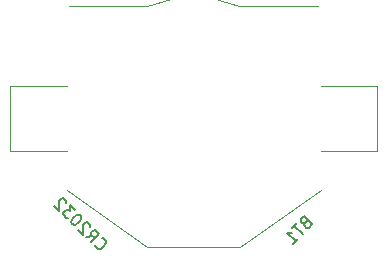
<source format=gbr>
%TF.GenerationSoftware,KiCad,Pcbnew,(7.0.0-0)*%
%TF.CreationDate,2023-10-06T17:45:21+02:00*%
%TF.ProjectId,annoying_little_shit,616e6e6f-7969-46e6-975f-6c6974746c65,rev?*%
%TF.SameCoordinates,Original*%
%TF.FileFunction,Legend,Bot*%
%TF.FilePolarity,Positive*%
%FSLAX46Y46*%
G04 Gerber Fmt 4.6, Leading zero omitted, Abs format (unit mm)*
G04 Created by KiCad (PCBNEW (7.0.0-0)) date 2023-10-06 17:45:21*
%MOMM*%
%LPD*%
G01*
G04 APERTURE LIST*
%ADD10C,0.150000*%
%ADD11C,0.120000*%
G04 APERTURE END LIST*
D10*
X122648803Y-73206356D02*
X122648803Y-73273700D01*
X122648803Y-73273700D02*
X122716147Y-73408387D01*
X122716147Y-73408387D02*
X122783490Y-73475730D01*
X122783490Y-73475730D02*
X122918177Y-73543074D01*
X122918177Y-73543074D02*
X123052864Y-73543074D01*
X123052864Y-73543074D02*
X123153879Y-73509402D01*
X123153879Y-73509402D02*
X123322238Y-73408387D01*
X123322238Y-73408387D02*
X123423253Y-73307372D01*
X123423253Y-73307372D02*
X123524269Y-73139013D01*
X123524269Y-73139013D02*
X123557940Y-73037998D01*
X123557940Y-73037998D02*
X123557940Y-72903311D01*
X123557940Y-72903311D02*
X123490597Y-72768624D01*
X123490597Y-72768624D02*
X123423253Y-72701280D01*
X123423253Y-72701280D02*
X123288566Y-72633937D01*
X123288566Y-72633937D02*
X123221223Y-72633937D01*
X121874353Y-72566593D02*
X122446773Y-72465578D01*
X122278414Y-72970654D02*
X122985521Y-72263547D01*
X122985521Y-72263547D02*
X122716147Y-71994173D01*
X122716147Y-71994173D02*
X122615131Y-71960502D01*
X122615131Y-71960502D02*
X122547788Y-71960502D01*
X122547788Y-71960502D02*
X122446773Y-71994173D01*
X122446773Y-71994173D02*
X122345757Y-72095189D01*
X122345757Y-72095189D02*
X122312086Y-72196204D01*
X122312086Y-72196204D02*
X122312086Y-72263547D01*
X122312086Y-72263547D02*
X122345757Y-72364563D01*
X122345757Y-72364563D02*
X122615131Y-72633937D01*
X122244742Y-71657456D02*
X122244742Y-71590112D01*
X122244742Y-71590112D02*
X122211070Y-71489097D01*
X122211070Y-71489097D02*
X122042712Y-71320738D01*
X122042712Y-71320738D02*
X121941696Y-71287066D01*
X121941696Y-71287066D02*
X121874353Y-71287066D01*
X121874353Y-71287066D02*
X121773338Y-71320738D01*
X121773338Y-71320738D02*
X121705994Y-71388082D01*
X121705994Y-71388082D02*
X121638651Y-71522769D01*
X121638651Y-71522769D02*
X121638651Y-72330891D01*
X121638651Y-72330891D02*
X121200918Y-71893158D01*
X121470292Y-70748318D02*
X121402948Y-70680975D01*
X121402948Y-70680975D02*
X121301933Y-70647303D01*
X121301933Y-70647303D02*
X121234590Y-70647303D01*
X121234590Y-70647303D02*
X121133574Y-70680975D01*
X121133574Y-70680975D02*
X120965216Y-70781990D01*
X120965216Y-70781990D02*
X120796857Y-70950349D01*
X120796857Y-70950349D02*
X120695842Y-71118708D01*
X120695842Y-71118708D02*
X120662170Y-71219723D01*
X120662170Y-71219723D02*
X120662170Y-71287066D01*
X120662170Y-71287066D02*
X120695842Y-71388082D01*
X120695842Y-71388082D02*
X120763185Y-71455425D01*
X120763185Y-71455425D02*
X120864200Y-71489097D01*
X120864200Y-71489097D02*
X120931544Y-71489097D01*
X120931544Y-71489097D02*
X121032559Y-71455425D01*
X121032559Y-71455425D02*
X121200918Y-71354410D01*
X121200918Y-71354410D02*
X121369277Y-71186051D01*
X121369277Y-71186051D02*
X121470292Y-71017692D01*
X121470292Y-71017692D02*
X121503964Y-70916677D01*
X121503964Y-70916677D02*
X121503964Y-70849334D01*
X121503964Y-70849334D02*
X121470292Y-70748318D01*
X120998887Y-70276914D02*
X120561154Y-69839181D01*
X120561154Y-69839181D02*
X120527483Y-70344257D01*
X120527483Y-70344257D02*
X120426467Y-70243242D01*
X120426467Y-70243242D02*
X120325452Y-70209570D01*
X120325452Y-70209570D02*
X120258109Y-70209570D01*
X120258109Y-70209570D02*
X120157093Y-70243242D01*
X120157093Y-70243242D02*
X119988735Y-70411601D01*
X119988735Y-70411601D02*
X119955063Y-70512616D01*
X119955063Y-70512616D02*
X119955063Y-70579960D01*
X119955063Y-70579960D02*
X119988735Y-70680975D01*
X119988735Y-70680975D02*
X120190765Y-70883005D01*
X120190765Y-70883005D02*
X120291780Y-70916677D01*
X120291780Y-70916677D02*
X120359124Y-70916677D01*
X120224437Y-69637151D02*
X120224437Y-69569807D01*
X120224437Y-69569807D02*
X120190765Y-69468792D01*
X120190765Y-69468792D02*
X120022406Y-69300433D01*
X120022406Y-69300433D02*
X119921391Y-69266761D01*
X119921391Y-69266761D02*
X119854048Y-69266761D01*
X119854048Y-69266761D02*
X119753032Y-69300433D01*
X119753032Y-69300433D02*
X119685689Y-69367777D01*
X119685689Y-69367777D02*
X119618345Y-69502464D01*
X119618345Y-69502464D02*
X119618345Y-70310586D01*
X119618345Y-70310586D02*
X119180613Y-69872853D01*
%TO.C,BT1*%
X140444972Y-71333804D02*
X140377628Y-71468491D01*
X140377628Y-71468491D02*
X140377628Y-71535834D01*
X140377628Y-71535834D02*
X140411300Y-71636850D01*
X140411300Y-71636850D02*
X140512315Y-71737865D01*
X140512315Y-71737865D02*
X140613331Y-71771537D01*
X140613331Y-71771537D02*
X140680674Y-71771537D01*
X140680674Y-71771537D02*
X140781689Y-71737865D01*
X140781689Y-71737865D02*
X141051063Y-71468491D01*
X141051063Y-71468491D02*
X140343957Y-70761384D01*
X140343957Y-70761384D02*
X140108254Y-70997086D01*
X140108254Y-70997086D02*
X140074583Y-71098102D01*
X140074583Y-71098102D02*
X140074583Y-71165445D01*
X140074583Y-71165445D02*
X140108254Y-71266460D01*
X140108254Y-71266460D02*
X140175598Y-71333804D01*
X140175598Y-71333804D02*
X140276613Y-71367476D01*
X140276613Y-71367476D02*
X140343957Y-71367476D01*
X140343957Y-71367476D02*
X140444972Y-71333804D01*
X140444972Y-71333804D02*
X140680674Y-71098102D01*
X139737865Y-71367476D02*
X139333804Y-71771537D01*
X140242941Y-72276613D02*
X139535835Y-71569506D01*
X139434819Y-73084735D02*
X139838880Y-72680674D01*
X139636850Y-72882705D02*
X138929743Y-72175598D01*
X138929743Y-72175598D02*
X139098102Y-72209270D01*
X139098102Y-72209270D02*
X139232789Y-72209270D01*
X139232789Y-72209270D02*
X139333804Y-72175598D01*
D11*
X146550000Y-65250000D02*
X141750000Y-65250000D01*
X146550000Y-59750000D02*
X146550000Y-65250000D01*
X141800000Y-68550000D02*
X134950000Y-73350000D01*
X141750000Y-59750000D02*
X146550000Y-59750000D01*
X141550000Y-53000000D02*
X134850000Y-53000000D01*
X134950000Y-73350000D02*
X127050000Y-73350000D01*
X127050000Y-73350000D02*
X120250000Y-68550000D01*
X120450000Y-53000000D02*
X127150000Y-53000000D01*
X120250000Y-65250000D02*
X115450000Y-65250000D01*
X115450000Y-65250000D02*
X115450000Y-59750000D01*
X115450000Y-59750000D02*
X120250000Y-59750000D01*
X134846385Y-52998537D02*
G75*
G03*
X127150000Y-53000001I-3846385J-9501463D01*
G01*
%TD*%
M02*

</source>
